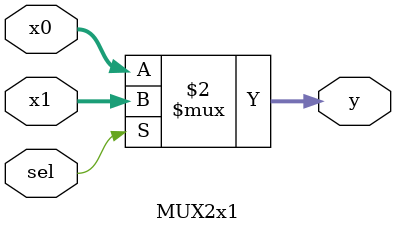
<source format=v>
`timescale 1ns / 1ps


module MUX2x1 #(
    parameter DATA_WIDTH = 8  // Width of the data bus
)(
    input  sel,
    input  [DATA_WIDTH - 1:0] x0,  // First input data
    input  [DATA_WIDTH - 1:0] x1,  // Second input data
    
    output [DATA_WIDTH - 1:0] y    // Output of the multiplexer
);
    
    assign y = (sel == 1'b1) ? x1 : x0;

endmodule





</source>
